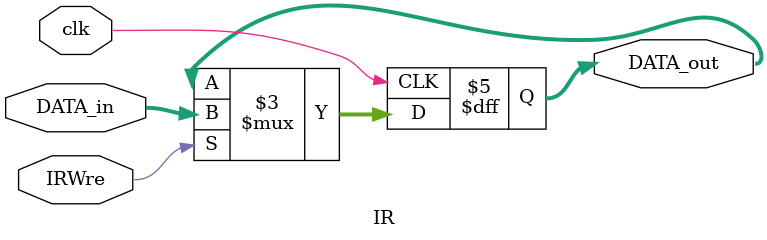
<source format=v>
`timescale 1ns / 1ps


module IR(
  input clk, 
  input IRWre,
  input [31:0] DATA_in,
  output reg[31:0] DATA_out
);
  always @(negedge clk) begin 
    if (IRWre)
      DATA_out = DATA_in;
  end
endmodule

</source>
